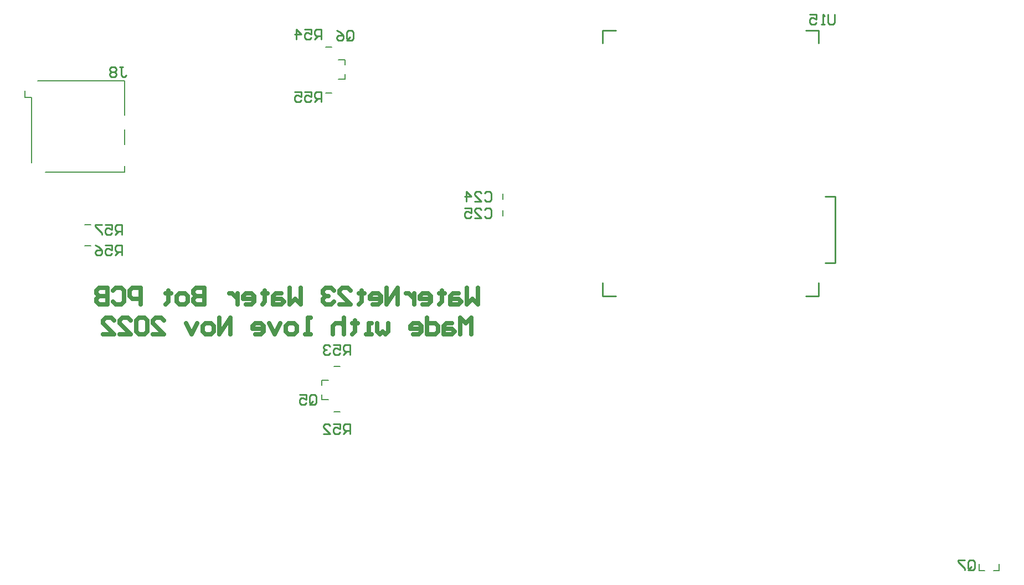
<source format=gbo>
G04*
G04 #@! TF.GenerationSoftware,Altium Limited,Altium Designer,22.10.1 (41)*
G04*
G04 Layer_Color=32896*
%FSLAX25Y25*%
%MOIN*%
G70*
G04*
G04 #@! TF.SameCoordinates,F9F3A06B-563E-4FCB-9898-75D578650021*
G04*
G04*
G04 #@! TF.FilePolarity,Positive*
G04*
G01*
G75*
%ADD10C,0.00787*%
%ADD14C,0.01000*%
%ADD16C,0.00600*%
%ADD124C,0.02500*%
D10*
X601594Y84744D02*
Y88681D01*
Y84744D02*
X604744D01*
X613406D02*
Y88681D01*
X610256Y84744D02*
X613406D01*
X205776Y199406D02*
X209713D01*
X205776Y196256D02*
Y199406D01*
Y187594D02*
X209713D01*
X205776D02*
Y190744D01*
X215787Y380594D02*
X219724D01*
Y383744D01*
X215787Y392406D02*
X219724D01*
Y389256D02*
Y392406D01*
X39662Y324457D02*
X87084D01*
X31178Y330362D02*
Y369732D01*
X27241D02*
X31178D01*
X27241D02*
Y373669D01*
X35000Y379575D02*
X87084D01*
Y359102D02*
Y379575D01*
Y341386D02*
Y350441D01*
Y324457D02*
Y328394D01*
D14*
X508858Y270000D02*
X515000D01*
Y310000D01*
X508858D02*
X515000D01*
X505000Y250000D02*
Y257874D01*
X497126Y250000D02*
X505000D01*
X375000D02*
X382874D01*
X375000D02*
Y257874D01*
Y402126D02*
Y410000D01*
X382874D01*
X497126D02*
X505000D01*
Y402126D02*
Y410000D01*
X595000Y86001D02*
Y89999D01*
X595999Y90999D01*
X597999D01*
X598998Y89999D01*
Y86001D01*
X597999Y85001D01*
X595999D01*
X596999Y87000D02*
X595000Y85001D01*
X595999D02*
X595000Y86001D01*
X593000Y90999D02*
X589002D01*
Y89999D01*
X593000Y86001D01*
Y85001D01*
X514500Y419498D02*
Y414500D01*
X513500Y413500D01*
X511501D01*
X510501Y414500D01*
Y419498D01*
X508502Y413500D02*
X506503D01*
X507502D01*
Y419498D01*
X508502Y418498D01*
X499505Y419498D02*
X503504D01*
Y416499D01*
X501504Y417499D01*
X500504D01*
X499505Y416499D01*
Y414500D01*
X500504Y413500D01*
X502504D01*
X503504Y414500D01*
X205497Y404501D02*
Y410499D01*
X202498D01*
X201499Y409499D01*
Y407500D01*
X202498Y406500D01*
X205497D01*
X203498D02*
X201499Y404501D01*
X195501Y410499D02*
X199499D01*
Y407500D01*
X197500Y408500D01*
X196500D01*
X195501Y407500D01*
Y405501D01*
X196500Y404501D01*
X198500D01*
X199499Y405501D01*
X190502Y404501D02*
Y410499D01*
X193501Y407500D01*
X189503D01*
X222997Y167001D02*
Y172999D01*
X219998D01*
X218999Y171999D01*
Y170000D01*
X219998Y169000D01*
X222997D01*
X220998D02*
X218999Y167001D01*
X213001Y172999D02*
X216999D01*
Y170000D01*
X215000Y171000D01*
X214000D01*
X213001Y170000D01*
Y168001D01*
X214000Y167001D01*
X216000D01*
X216999Y168001D01*
X207003Y167001D02*
X211001D01*
X207003Y171000D01*
Y171999D01*
X208002Y172999D01*
X210002D01*
X211001Y171999D01*
X205497Y367001D02*
Y372999D01*
X202498D01*
X201499Y371999D01*
Y370000D01*
X202498Y369000D01*
X205497D01*
X203498D02*
X201499Y367001D01*
X195501Y372999D02*
X199499D01*
Y370000D01*
X197500Y371000D01*
X196500D01*
X195501Y370000D01*
Y368001D01*
X196500Y367001D01*
X198500D01*
X199499Y368001D01*
X189503Y372999D02*
X193501D01*
Y370000D01*
X191502Y371000D01*
X190502D01*
X189503Y370000D01*
Y368001D01*
X190502Y367001D01*
X192502D01*
X193501Y368001D01*
X222997Y214501D02*
Y220499D01*
X219998D01*
X218999Y219499D01*
Y217500D01*
X219998Y216500D01*
X222997D01*
X220998D02*
X218999Y214501D01*
X213001Y220499D02*
X216999D01*
Y217500D01*
X215000Y218500D01*
X214000D01*
X213001Y217500D01*
Y215501D01*
X214000Y214501D01*
X216000D01*
X216999Y215501D01*
X211001Y219499D02*
X210002Y220499D01*
X208002D01*
X207003Y219499D01*
Y218500D01*
X208002Y217500D01*
X209002D01*
X208002D01*
X207003Y216500D01*
Y215501D01*
X208002Y214501D01*
X210002D01*
X211001Y215501D01*
X85497Y274501D02*
Y280499D01*
X82498D01*
X81499Y279499D01*
Y277500D01*
X82498Y276500D01*
X85497D01*
X83498D02*
X81499Y274501D01*
X75501Y280499D02*
X79499D01*
Y277500D01*
X77500Y278500D01*
X76500D01*
X75501Y277500D01*
Y275501D01*
X76500Y274501D01*
X78500D01*
X79499Y275501D01*
X69503Y280499D02*
X71502Y279499D01*
X73501Y277500D01*
Y275501D01*
X72502Y274501D01*
X70502D01*
X69503Y275501D01*
Y276500D01*
X70502Y277500D01*
X73501D01*
X85497Y287001D02*
Y292999D01*
X82498D01*
X81499Y291999D01*
Y290000D01*
X82498Y289000D01*
X85497D01*
X83498D02*
X81499Y287001D01*
X75501Y292999D02*
X79499D01*
Y290000D01*
X77500Y291000D01*
X76500D01*
X75501Y290000D01*
Y288001D01*
X76500Y287001D01*
X78500D01*
X79499Y288001D01*
X73501Y292999D02*
X69503D01*
Y291999D01*
X73501Y288001D01*
Y287001D01*
X221000Y405001D02*
Y408999D01*
X221999Y409999D01*
X223999D01*
X224998Y408999D01*
Y405001D01*
X223999Y404001D01*
X221999D01*
X222999Y406000D02*
X221000Y404001D01*
X221999D02*
X221000Y405001D01*
X215002Y409999D02*
X217001Y408999D01*
X219000Y407000D01*
Y405001D01*
X218001Y404001D01*
X216001D01*
X215002Y405001D01*
Y406000D01*
X216001Y407000D01*
X219000D01*
X198500Y185501D02*
Y189499D01*
X199499Y190499D01*
X201499D01*
X202498Y189499D01*
Y185501D01*
X201499Y184501D01*
X199499D01*
X200499Y186500D02*
X198500Y184501D01*
X199499D02*
X198500Y185501D01*
X192502Y190499D02*
X196500D01*
Y187500D01*
X194501Y188500D01*
X193501D01*
X192502Y187500D01*
Y185501D01*
X193501Y184501D01*
X195501D01*
X196500Y185501D01*
X84008Y387967D02*
X86008D01*
X85008D01*
Y382969D01*
X86008Y381969D01*
X87007D01*
X88007Y382969D01*
X82009Y386968D02*
X81009Y387967D01*
X79010D01*
X78010Y386968D01*
Y385968D01*
X79010Y384968D01*
X78010Y383969D01*
Y382969D01*
X79010Y381969D01*
X81009D01*
X82009Y382969D01*
Y383969D01*
X81009Y384968D01*
X82009Y385968D01*
Y386968D01*
X81009Y384968D02*
X79010D01*
X303999Y301999D02*
X304998Y302999D01*
X306998D01*
X307997Y301999D01*
Y298001D01*
X306998Y297001D01*
X304998D01*
X303999Y298001D01*
X298001Y297001D02*
X301999D01*
X298001Y301000D01*
Y301999D01*
X299000Y302999D01*
X301000D01*
X301999Y301999D01*
X292003Y302999D02*
X296001D01*
Y300000D01*
X294002Y301000D01*
X293002D01*
X292003Y300000D01*
Y298001D01*
X293002Y297001D01*
X295002D01*
X296001Y298001D01*
X303999Y311999D02*
X304998Y312999D01*
X306998D01*
X307997Y311999D01*
Y308001D01*
X306998Y307001D01*
X304998D01*
X303999Y308001D01*
X298001Y307001D02*
X301999D01*
X298001Y311000D01*
Y311999D01*
X299000Y312999D01*
X301000D01*
X301999Y311999D01*
X293002Y307001D02*
Y312999D01*
X296001Y310000D01*
X292003D01*
D16*
X63237Y293071D02*
X66737D01*
X63300Y280126D02*
X66800D01*
X208200Y372374D02*
X211700D01*
X208200Y399874D02*
X211700D01*
X213300Y207626D02*
X216800D01*
X213300Y180126D02*
X216800D01*
X315000Y298250D02*
Y301750D01*
Y308250D02*
Y311750D01*
D124*
X299963Y254996D02*
Y245000D01*
X296631Y248332D01*
X293298Y245000D01*
Y254996D01*
X288300Y251664D02*
X284968D01*
X283302Y249998D01*
Y245000D01*
X288300D01*
X289966Y246666D01*
X288300Y248332D01*
X283302D01*
X278303Y253330D02*
Y251664D01*
X279969D01*
X276637D01*
X278303D01*
Y246666D01*
X276637Y245000D01*
X266640D02*
X269972D01*
X271639Y246666D01*
Y249998D01*
X269972Y251664D01*
X266640D01*
X264974Y249998D01*
Y248332D01*
X271639D01*
X261642Y251664D02*
Y245000D01*
Y248332D01*
X259976Y249998D01*
X258310Y251664D01*
X256644D01*
X251645Y245000D02*
Y254996D01*
X244981Y245000D01*
Y254996D01*
X236650Y245000D02*
X239982D01*
X241648Y246666D01*
Y249998D01*
X239982Y251664D01*
X236650D01*
X234984Y249998D01*
Y248332D01*
X241648D01*
X229985Y253330D02*
Y251664D01*
X231652D01*
X228319D01*
X229985D01*
Y246666D01*
X228319Y245000D01*
X216656D02*
X223321D01*
X216656Y251664D01*
Y253330D01*
X218323Y254996D01*
X221655D01*
X223321Y253330D01*
X213324D02*
X211658Y254996D01*
X208326D01*
X206660Y253330D01*
Y251664D01*
X208326Y249998D01*
X209992D01*
X208326D01*
X206660Y248332D01*
Y246666D01*
X208326Y245000D01*
X211658D01*
X213324Y246666D01*
X193331Y254996D02*
Y245000D01*
X189998Y248332D01*
X186666Y245000D01*
Y254996D01*
X181668Y251664D02*
X178335D01*
X176669Y249998D01*
Y245000D01*
X181668D01*
X183334Y246666D01*
X181668Y248332D01*
X176669D01*
X171671Y253330D02*
Y251664D01*
X173337D01*
X170005D01*
X171671D01*
Y246666D01*
X170005Y245000D01*
X160008D02*
X163340D01*
X165006Y246666D01*
Y249998D01*
X163340Y251664D01*
X160008D01*
X158342Y249998D01*
Y248332D01*
X165006D01*
X155010Y251664D02*
Y245000D01*
Y248332D01*
X153344Y249998D01*
X151677Y251664D01*
X150011D01*
X135016Y254996D02*
Y245000D01*
X130018D01*
X128352Y246666D01*
Y248332D01*
X130018Y249998D01*
X135016D01*
X130018D01*
X128352Y251664D01*
Y253330D01*
X130018Y254996D01*
X135016D01*
X123353Y245000D02*
X120021D01*
X118355Y246666D01*
Y249998D01*
X120021Y251664D01*
X123353D01*
X125019Y249998D01*
Y246666D01*
X123353Y245000D01*
X113356Y253330D02*
Y251664D01*
X115023D01*
X111690D01*
X113356D01*
Y246666D01*
X111690Y245000D01*
X96695D02*
Y254996D01*
X91697D01*
X90031Y253330D01*
Y249998D01*
X91697Y248332D01*
X96695D01*
X80034Y253330D02*
X81700Y254996D01*
X85032D01*
X86698Y253330D01*
Y246666D01*
X85032Y245000D01*
X81700D01*
X80034Y246666D01*
X76702Y254996D02*
Y245000D01*
X71703D01*
X70037Y246666D01*
Y248332D01*
X71703Y249998D01*
X76702D01*
X71703D01*
X70037Y251664D01*
Y253330D01*
X71703Y254996D01*
X76702D01*
X295797Y227004D02*
Y237000D01*
X292465Y233668D01*
X289133Y237000D01*
Y227004D01*
X284135Y233668D02*
X280802D01*
X279136Y232002D01*
Y227004D01*
X284135D01*
X285801Y228670D01*
X284135Y230336D01*
X279136D01*
X269140Y237000D02*
Y227004D01*
X274138D01*
X275804Y228670D01*
Y232002D01*
X274138Y233668D01*
X269140D01*
X260809Y227004D02*
X264141D01*
X265807Y228670D01*
Y232002D01*
X264141Y233668D01*
X260809D01*
X259143Y232002D01*
Y230336D01*
X265807D01*
X245814Y233668D02*
Y228670D01*
X244148Y227004D01*
X242481Y228670D01*
X240815Y227004D01*
X239149Y228670D01*
Y233668D01*
X235817Y227004D02*
X232485D01*
X234151D01*
Y233668D01*
X235817D01*
X225820Y235334D02*
Y233668D01*
X227486D01*
X224154D01*
X225820D01*
Y228670D01*
X224154Y227004D01*
X219156Y237000D02*
Y227004D01*
Y232002D01*
X217490Y233668D01*
X214157D01*
X212491Y232002D01*
Y227004D01*
X199162D02*
X195830D01*
X197496D01*
Y237000D01*
X199162D01*
X189165Y227004D02*
X185833D01*
X184167Y228670D01*
Y232002D01*
X185833Y233668D01*
X189165D01*
X190831Y232002D01*
Y228670D01*
X189165Y227004D01*
X180835Y233668D02*
X177502Y227004D01*
X174170Y233668D01*
X165840Y227004D02*
X169172D01*
X170838Y228670D01*
Y232002D01*
X169172Y233668D01*
X165840D01*
X164173Y232002D01*
Y230336D01*
X170838D01*
X150844Y227004D02*
Y237000D01*
X144180Y227004D01*
Y237000D01*
X139181Y227004D02*
X135849D01*
X134183Y228670D01*
Y232002D01*
X135849Y233668D01*
X139181D01*
X140848Y232002D01*
Y228670D01*
X139181Y227004D01*
X130851Y233668D02*
X127519Y227004D01*
X124186Y233668D01*
X104193Y227004D02*
X110857D01*
X104193Y233668D01*
Y235334D01*
X105859Y237000D01*
X109191D01*
X110857Y235334D01*
X100861D02*
X99194Y237000D01*
X95862D01*
X94196Y235334D01*
Y228670D01*
X95862Y227004D01*
X99194D01*
X100861Y228670D01*
Y235334D01*
X84199Y227004D02*
X90864D01*
X84199Y233668D01*
Y235334D01*
X85865Y237000D01*
X89198D01*
X90864Y235334D01*
X74203Y227004D02*
X80867D01*
X74203Y233668D01*
Y235334D01*
X75869Y237000D01*
X79201D01*
X80867Y235334D01*
M02*

</source>
